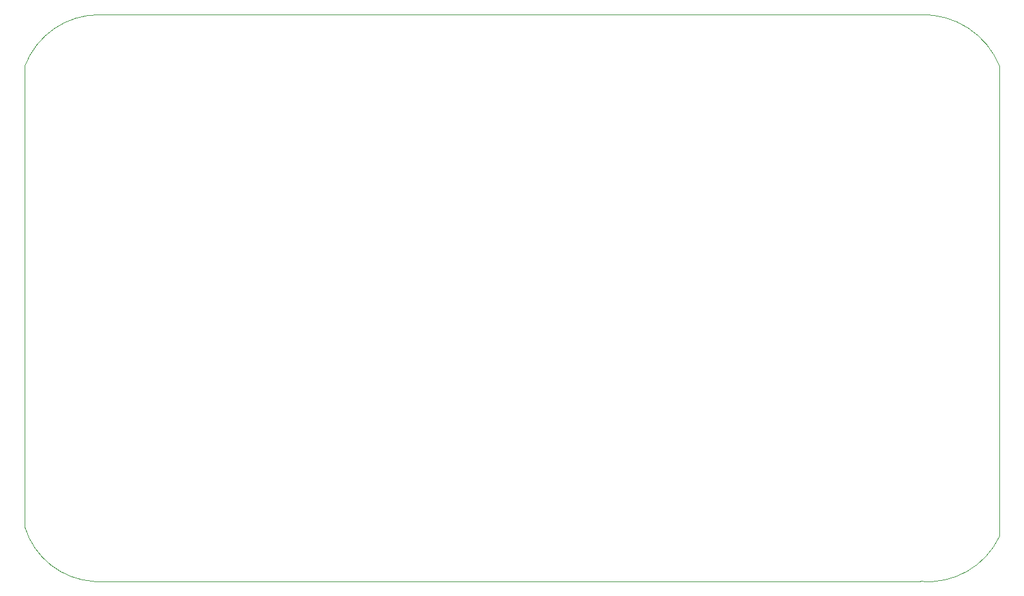
<source format=gbr>
%TF.GenerationSoftware,KiCad,Pcbnew,(6.0.9)*%
%TF.CreationDate,2022-11-23T15:21:19+02:00*%
%TF.ProjectId,case_adapter,63617365-5f61-4646-9170-7465722e6b69,rev?*%
%TF.SameCoordinates,Original*%
%TF.FileFunction,Other,User*%
%FSLAX46Y46*%
G04 Gerber Fmt 4.6, Leading zero omitted, Abs format (unit mm)*
G04 Created by KiCad (PCBNEW (6.0.9)) date 2022-11-23 15:21:19*
%MOMM*%
%LPD*%
G01*
G04 APERTURE LIST*
%ADD10C,0.100000*%
G04 APERTURE END LIST*
D10*
X201200000Y-128832800D02*
X201200000Y-65832800D01*
X70535800Y-65822800D02*
X70535800Y-127572800D01*
X70535800Y-127572800D02*
G75*
G03*
X79835200Y-134902600I9883723J2975564D01*
G01*
X80585200Y-58902600D02*
G75*
G03*
X70535800Y-65822800I-83165J-10636116D01*
G01*
X190585200Y-134902600D02*
G75*
G03*
X201200000Y-128832800I973114J10614653D01*
G01*
X201200000Y-65832800D02*
G75*
G03*
X190585200Y-58902600I-10256076J-4114653D01*
G01*
X190585200Y-58902600D02*
X80585200Y-58902600D01*
X79835200Y-134902600D02*
X190585200Y-134902600D01*
M02*

</source>
